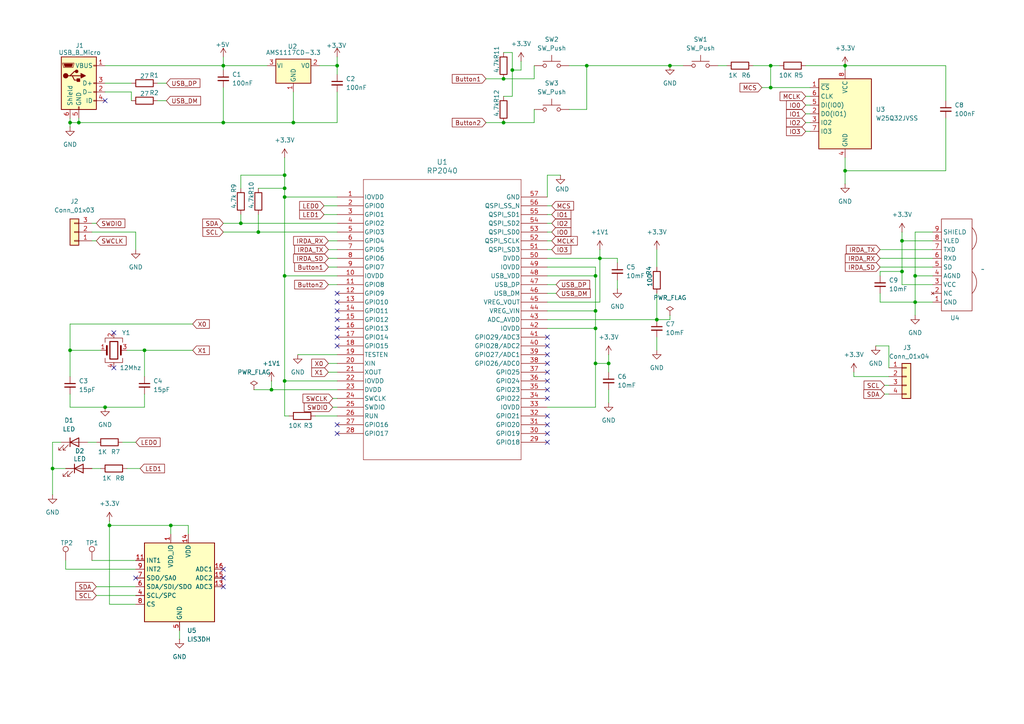
<source format=kicad_sch>
(kicad_sch (version 20231120) (generator "eeschema") (generator_version "8.0")
  (paper "A4")
  (lib_symbols
    (symbol "2024-02-26_02-04-42:RP2040" (pin_names (offset 0.254))
      (property "Reference" "U" (at 30.48 10.16 0))
      (property "Value" "RP2040" (at 30.48 7.62 0))
      (symbol "RP2040_1_1"
        (polyline (pts (xy 7.62 -76.2) (xy 53.34 -76.2)) (stroke (width 0.127)))
        (polyline (pts (xy 7.62 5.08) (xy 7.62 -76.2)) (stroke (width 0.127)))
        (polyline (pts (xy 53.34 -76.2) (xy 53.34 5.08)) (stroke (width 0.127)))
        (polyline (pts (xy 53.34 5.08) (xy 7.62 5.08)) (stroke (width 0.127)))
        (pin power_in line (at 0 0 0) (length 7.62) (name "IOVDD") (number "1"))
        (pin power_in line (at 0 -22.86 0) (length 7.62) (name "IOVDD") (number "10"))
        (pin bidirectional line (at 0 -25.4 0) (length 7.62) (name "GPIO8") (number "11"))
        (pin bidirectional line (at 0 -27.94 0) (length 7.62) (name "GPIO9") (number "12"))
        (pin bidirectional line (at 0 -30.48 0) (length 7.62) (name "GPIO10") (number "13"))
        (pin bidirectional line (at 0 -33.02 0) (length 7.62) (name "GPIO11") (number "14"))
        (pin bidirectional line (at 0 -35.56 0) (length 7.62) (name "GPIO12") (number "15"))
        (pin bidirectional line (at 0 -38.1 0) (length 7.62) (name "GPIO13") (number "16"))
        (pin bidirectional line (at 0 -40.64 0) (length 7.62) (name "GPIO14") (number "17"))
        (pin bidirectional line (at 0 -43.18 0) (length 7.62) (name "GPIO15") (number "18"))
        (pin unspecified line (at 0 -45.72 0) (length 7.62) (name "TESTEN") (number "19"))
        (pin bidirectional line (at 0 -2.54 0) (length 7.62) (name "GPIO0") (number "2"))
        (pin unspecified line (at 0 -48.26 0) (length 7.62) (name "XIN") (number "20"))
        (pin output line (at 0 -50.8 0) (length 7.62) (name "XOUT") (number "21"))
        (pin power_in line (at 0 -53.34 0) (length 7.62) (name "IOVDD") (number "22"))
        (pin power_in line (at 0 -55.88 0) (length 7.62) (name "DVDD") (number "23"))
        (pin unspecified line (at 0 -58.42 0) (length 7.62) (name "SWCLK") (number "24"))
        (pin unspecified line (at 0 -60.96 0) (length 7.62) (name "SWDIO") (number "25"))
        (pin unspecified line (at 0 -63.5 0) (length 7.62) (name "RUN") (number "26"))
        (pin bidirectional line (at 0 -66.04 0) (length 7.62) (name "GPIO16") (number "27"))
        (pin bidirectional line (at 0 -68.58 0) (length 7.62) (name "GPIO17") (number "28"))
        (pin bidirectional line (at 60.96 -71.12 180) (length 7.62) (name "GPIO18") (number "29"))
        (pin bidirectional line (at 0 -5.08 0) (length 7.62) (name "GPIO1") (number "3"))
        (pin bidirectional line (at 60.96 -68.58 180) (length 7.62) (name "GPIO19") (number "30"))
        (pin bidirectional line (at 60.96 -66.04 180) (length 7.62) (name "GPIO20") (number "31"))
        (pin bidirectional line (at 60.96 -63.5 180) (length 7.62) (name "GPIO21") (number "32"))
        (pin power_in line (at 60.96 -60.96 180) (length 7.62) (name "IOVDD") (number "33"))
        (pin bidirectional line (at 60.96 -58.42 180) (length 7.62) (name "GPIO22") (number "34"))
        (pin bidirectional line (at 60.96 -55.88 180) (length 7.62) (name "GPIO23") (number "35"))
        (pin bidirectional line (at 60.96 -53.34 180) (length 7.62) (name "GPIO24") (number "36"))
        (pin bidirectional line (at 60.96 -50.8 180) (length 7.62) (name "GPIO25") (number "37"))
        (pin bidirectional line (at 60.96 -48.26 180) (length 7.62) (name "GPIO26/ADC0") (number "38"))
        (pin bidirectional line (at 60.96 -45.72 180) (length 7.62) (name "GPIO27/ADC1") (number "39"))
        (pin bidirectional line (at 0 -7.62 0) (length 7.62) (name "GPIO2") (number "4"))
        (pin bidirectional line (at 60.96 -43.18 180) (length 7.62) (name "GPIO28/ADC2") (number "40"))
        (pin bidirectional line (at 60.96 -40.64 180) (length 7.62) (name "GPIO29/ADC3") (number "41"))
        (pin power_in line (at 60.96 -38.1 180) (length 7.62) (name "IOVDD") (number "42"))
        (pin power_in line (at 60.96 -35.56 180) (length 7.62) (name "ADC_AVDD") (number "43"))
        (pin unspecified line (at 60.96 -33.02 180) (length 7.62) (name "VREG_VIN") (number "44"))
        (pin output line (at 60.96 -30.48 180) (length 7.62) (name "VREG_VOUT") (number "45"))
        (pin unspecified line (at 60.96 -27.94 180) (length 7.62) (name "USB_DM") (number "46"))
        (pin unspecified line (at 60.96 -25.4 180) (length 7.62) (name "USB_DP") (number "47"))
        (pin power_in line (at 60.96 -22.86 180) (length 7.62) (name "USB_VDD") (number "48"))
        (pin power_in line (at 60.96 -20.32 180) (length 7.62) (name "IOVDD") (number "49"))
        (pin bidirectional line (at 0 -10.16 0) (length 7.62) (name "GPIO3") (number "5"))
        (pin power_in line (at 60.96 -17.78 180) (length 7.62) (name "DVDD") (number "50"))
        (pin bidirectional line (at 60.96 -15.24 180) (length 7.62) (name "QSPI_SD3") (number "51"))
        (pin unspecified line (at 60.96 -12.7 180) (length 7.62) (name "QSPI_SCLK") (number "52"))
        (pin bidirectional line (at 60.96 -10.16 180) (length 7.62) (name "QSPI_SD0") (number "53"))
        (pin bidirectional line (at 60.96 -7.62 180) (length 7.62) (name "QSPI_SD2") (number "54"))
        (pin bidirectional line (at 60.96 -5.08 180) (length 7.62) (name "QSPI_SD1") (number "55"))
        (pin unspecified line (at 60.96 -2.54 180) (length 7.62) (name "QSPI_SS_N") (number "56"))
        (pin power_out line (at 60.96 0 180) (length 7.62) (name "GND") (number "57"))
        (pin bidirectional line (at 0 -12.7 0) (length 7.62) (name "GPIO4") (number "6"))
        (pin bidirectional line (at 0 -15.24 0) (length 7.62) (name "GPIO5") (number "7"))
        (pin bidirectional line (at 0 -17.78 0) (length 7.62) (name "GPIO6") (number "8"))
        (pin bidirectional line (at 0 -20.32 0) (length 7.62) (name "GPIO7") (number "9"))
      )
    )
    (symbol "Connector:TestPoint" (pin_numbers hide) (pin_names (offset 0.762) hide)
      (property "Reference" "TP" (at 0 6.858 0))
      (property "Value" "TestPoint" (at 0 5.08 0))
      (symbol "TestPoint_0_1"
        (circle (center 0 3.302) (radius 0.762))
      )
      (symbol "TestPoint_1_1"
        (pin passive line (at 0 0 90) (length 2.54) (name "1") (number "1"))
      )
    )
    (symbol "Connector:USB_B_Micro" (pin_names (offset 1.016))
      (property "Reference" "J" (at -5.08 11.43 0))
      (property "Value" "USB_B_Micro" (at -5.08 8.89 0))
      (symbol "USB_B_Micro_0_1"
        (rectangle (start -5.08 -7.62) (end 5.08 7.62) (stroke (width 0.254)) (fill (type background)))
        (circle (center -3.81 2.159) (radius 0.635) (stroke (width 0.254)) (fill (type outline)))
        (circle (center -0.635 3.429) (radius 0.381) (stroke (width 0.254)) (fill (type outline)))
        (rectangle (start -0.127 -7.62) (end 0.127 -6.858))
        (polyline (pts (xy -1.905 2.159) (xy 0.635 2.159)) (stroke (width 0.254)))
        (polyline (pts (xy -3.175 2.159) (xy -2.54 2.159) (xy -1.27 3.429) (xy -0.635 3.429)) (stroke (width 0.254)))
        (polyline (pts (xy -2.54 2.159) (xy -1.905 2.159) (xy -1.27 0.889) (xy 0 0.889)) (stroke (width 0.254)))
        (polyline (pts (xy 0.635 2.794) (xy 0.635 1.524) (xy 1.905 2.159) (xy 0.635 2.794)) (stroke (width 0.254)) (fill (type outline)))
        (polyline (pts (xy -4.318 5.588) (xy -1.778 5.588) (xy -2.032 4.826) (xy -4.064 4.826) (xy -4.318 5.588)) (fill (type outline)))
        (polyline (pts (xy -4.699 5.842) (xy -4.699 5.588) (xy -4.445 4.826) (xy -4.445 4.572) (xy -1.651 4.572) (xy -1.651 4.826) (xy -1.397 5.588) (xy -1.397 5.842) (xy -4.699 5.842)))
        (rectangle (start 0.254 1.27) (end -0.508 0.508) (stroke (width 0.254)) (fill (type outline)))
        (rectangle (start 5.08 -5.207) (end 4.318 -4.953))
        (rectangle (start 5.08 -2.667) (end 4.318 -2.413))
        (rectangle (start 5.08 -0.127) (end 4.318 0.127))
        (rectangle (start 5.08 4.953) (end 4.318 5.207))
      )
      (symbol "USB_B_Micro_1_1"
        (pin power_out line (at 7.62 5.08 180) (length 2.54) (name "VBUS") (number "1"))
        (pin bidirectional line (at 7.62 -2.54 180) (length 2.54) (name "D-") (number "2"))
        (pin bidirectional line (at 7.62 0 180) (length 2.54) (name "D+") (number "3"))
        (pin passive line (at 7.62 -5.08 180) (length 2.54) (name "ID") (number "4"))
        (pin power_out line (at 0 -10.16 90) (length 2.54) (name "GND") (number "5"))
        (pin passive line (at -2.54 -10.16 90) (length 2.54) (name "Shield") (number "6"))
      )
    )
    (symbol "Connector_Generic:Conn_01x03" (pin_names (offset 1.016) hide)
      (property "Reference" "J" (at 0 5.08 0))
      (property "Value" "Conn_01x03" (at 0 -5.08 0))
      (symbol "Conn_01x03_1_1"
        (rectangle (start -1.27 -2.413) (end 0 -2.667) (stroke (width 0.1524)))
        (rectangle (start -1.27 0.127) (end 0 -0.127) (stroke (width 0.1524)))
        (rectangle (start -1.27 2.667) (end 0 2.413) (stroke (width 0.1524)))
        (rectangle (start -1.27 3.81) (end 1.27 -3.81) (stroke (width 0.254)) (fill (type background)))
        (pin passive line (at -5.08 2.54 0) (length 3.81) (name "Pin_1") (number "1"))
        (pin passive line (at -5.08 0 0) (length 3.81) (name "Pin_2") (number "2"))
        (pin passive line (at -5.08 -2.54 0) (length 3.81) (name "Pin_3") (number "3"))
      )
    )
    (symbol "Connector_Generic:Conn_01x04" (pin_names (offset 1.016) hide)
      (property "Reference" "J" (at 0 5.08 0))
      (property "Value" "Conn_01x04" (at 0 -7.62 0))
      (symbol "Conn_01x04_1_1"
        (rectangle (start -1.27 -4.953) (end 0 -5.207) (stroke (width 0.1524)))
        (rectangle (start -1.27 -2.413) (end 0 -2.667) (stroke (width 0.1524)))
        (rectangle (start -1.27 0.127) (end 0 -0.127) (stroke (width 0.1524)))
        (rectangle (start -1.27 2.667) (end 0 2.413) (stroke (width 0.1524)))
        (rectangle (start -1.27 3.81) (end 1.27 -6.35) (stroke (width 0.254)) (fill (type background)))
        (pin passive line (at -5.08 2.54 0) (length 3.81) (name "Pin_1") (number "1"))
        (pin passive line (at -5.08 0 0) (length 3.81) (name "Pin_2") (number "2"))
        (pin passive line (at -5.08 -2.54 0) (length 3.81) (name "Pin_3") (number "3"))
        (pin passive line (at -5.08 -5.08 0) (length 3.81) (name "Pin_4") (number "4"))
      )
    )
    (symbol "Device:C_Small" (pin_numbers hide) (pin_names (offset 0.254) hide)
      (property "Reference" "C" (at 0.254 1.778 0))
      (property "Value" "C_Small" (at 0.254 -2.032 0))
      (symbol "C_Small_0_1"
        (polyline (pts (xy -1.524 -0.508) (xy 1.524 -0.508)) (stroke (width 0.3302)))
        (polyline (pts (xy -1.524 0.508) (xy 1.524 0.508)) (stroke (width 0.3048)))
      )
      (symbol "C_Small_1_1"
        (pin passive line (at 0 2.54 270) (length 2.032) (name "~") (number "1"))
        (pin passive line (at 0 -2.54 90) (length 2.032) (name "~") (number "2"))
      )
    )
    (symbol "Device:Crystal_GND24" (pin_names (offset 1.016) hide)
      (property "Reference" "Y" (at 3.175 5.08 0))
      (property "Value" "Crystal_GND24" (at 3.175 3.175 0))
      (symbol "Crystal_GND24_0_1"
        (rectangle (start -1.143 2.54) (end 1.143 -2.54) (stroke (width 0.3048)))
        (polyline (pts (xy -2.54 0) (xy -2.032 0)))
        (polyline (pts (xy -2.032 -1.27) (xy -2.032 1.27)) (stroke (width 0.508)))
        (polyline (pts (xy 0 -3.81) (xy 0 -3.556)))
        (polyline (pts (xy 0 3.556) (xy 0 3.81)))
        (polyline (pts (xy 2.032 -1.27) (xy 2.032 1.27)) (stroke (width 0.508)))
        (polyline (pts (xy 2.032 0) (xy 2.54 0)))
        (polyline (pts (xy -2.54 -2.286) (xy -2.54 -3.556) (xy 2.54 -3.556) (xy 2.54 -2.286)))
        (polyline (pts (xy -2.54 2.286) (xy -2.54 3.556) (xy 2.54 3.556) (xy 2.54 2.286)))
      )
      (symbol "Crystal_GND24_1_1"
        (pin passive line (at -3.81 0 0) (length 1.27) (name "1") (number "1"))
        (pin passive line (at 0 5.08 270) (length 1.27) (name "2") (number "2"))
        (pin passive line (at 3.81 0 180) (length 1.27) (name "3") (number "3"))
        (pin passive line (at 0 -5.08 90) (length 1.27) (name "4") (number "4"))
      )
    )
    (symbol "Device:LED" (pin_numbers hide) (pin_names (offset 1.016) hide)
      (property "Reference" "D" (at 0 2.54 0))
      (property "Value" "LED" (at 0 -2.54 0))
      (symbol "LED_0_1"
        (polyline (pts (xy -1.27 -1.27) (xy -1.27 1.27)) (stroke (width 0.254)))
        (polyline (pts (xy -1.27 0) (xy 1.27 0)))
        (polyline (pts (xy 1.27 -1.27) (xy 1.27 1.27) (xy -1.27 0) (xy 1.27 -1.27)) (stroke (width 0.254)))
        (polyline (pts (xy -3.048 -0.762) (xy -4.572 -2.286) (xy -3.81 -2.286) (xy -4.572 -2.286) (xy -4.572 -1.524)))
        (polyline (pts (xy -1.778 -0.762) (xy -3.302 -2.286) (xy -2.54 -2.286) (xy -3.302 -2.286) (xy -3.302 -1.524)))
      )
      (symbol "LED_1_1"
        (pin passive line (at -3.81 0 0) (length 2.54) (name "K") (number "1"))
        (pin passive line (at 3.81 0 180) (length 2.54) (name "A") (number "2"))
      )
    )
    (symbol "Device:R" (pin_numbers hide) (pin_names (offset 0))
      (property "Reference" "R" (at 2.032 0 90))
      (property "Value" "R" (at 0 0 90))
      (symbol "R_0_1"
        (rectangle (start -1.016 -2.54) (end 1.016 2.54) (stroke (width 0.254)))
      )
      (symbol "R_1_1"
        (pin passive line (at 0 3.81 270) (length 1.27) (name "~") (number "1"))
        (pin passive line (at 0 -3.81 90) (length 1.27) (name "~") (number "2"))
      )
    )
    (symbol "HSDL_3201:HSDL_3201"
      (property "Reference" "U" (at -1.016 -13.97 0))
      (symbol "HSDL_3201_0_1"
        (polyline (pts (xy -5.08 -12.7) (xy -5.08 13.97) (xy 3.81 13.97) (xy 3.81 -12.7) (xy -5.08 -12.7)))
        (arc (start 3.81 -7.62) (mid 5.1251 -4.445) (end 3.81 -1.27))
        (arc (start 3.81 5.08) (mid 5.1251 8.255) (end 3.81 11.43))
      )
      (symbol "HSDL_3201_1_1"
        (pin power_in line (at -7.62 -10.16 0) (length 2.54) (name "GND") (number "1"))
        (pin no_connect line (at -7.62 -7.62 0) (length 2.54) (name "NC") (number "2"))
        (pin power_in line (at -7.62 -5.08 0) (length 2.54) (name "VCC") (number "3"))
        (pin power_in line (at -7.62 -2.54 0) (length 2.54) (name "AGND") (number "4"))
        (pin input line (at -7.62 0 0) (length 2.54) (name "SD") (number "5"))
        (pin output line (at -7.62 2.54 0) (length 2.54) (name "RXD") (number "6"))
        (pin input line (at -7.62 5.08 0) (length 2.54) (name "TXD") (number "7"))
        (pin power_in line (at -7.62 7.62 0) (length 2.54) (name "VLED") (number "8"))
        (pin power_in line (at -7.62 10.16 0) (length 2.54) (name "SHIELD") (number "9"))
      )
    )
    (symbol "Memory_Flash:W25Q32JVSS"
      (property "Reference" "U" (at -6.35 11.43 0))
      (property "Value" "W25Q32JVSS" (at 7.62 11.43 0))
      (symbol "W25Q32JVSS_0_1"
        (rectangle (start -7.62 10.16) (end 7.62 -10.16) (stroke (width 0.254)) (fill (type background)))
      )
      (symbol "W25Q32JVSS_1_1"
        (pin input line (at -10.16 7.62 0) (length 2.54) (name "~{CS}") (number "1"))
        (pin bidirectional line (at -10.16 0 0) (length 2.54) (name "DO(IO1)") (number "2"))
        (pin bidirectional line (at -10.16 -2.54 0) (length 2.54) (name "IO2") (number "3"))
        (pin power_in line (at 0 -12.7 90) (length 2.54) (name "GND") (number "4"))
        (pin bidirectional line (at -10.16 2.54 0) (length 2.54) (name "DI(IO0)") (number "5"))
        (pin input line (at -10.16 5.08 0) (length 2.54) (name "CLK") (number "6"))
        (pin bidirectional line (at -10.16 -5.08 0) (length 2.54) (name "IO3") (number "7"))
        (pin power_in line (at 0 12.7 270) (length 2.54) (name "VCC") (number "8"))
      )
    )
    (symbol "Regulator_Linear:AMS1117CD-3.3" (pin_names (offset 0.254))
      (property "Reference" "U" (at -3.81 3.175 0))
      (property "Value" "AMS1117CD-3.3" (at 0 3.175 0))
      (symbol "AMS1117CD-3.3_0_1"
        (rectangle (start -5.08 -5.08) (end 5.08 1.905) (stroke (width 0.254)) (fill (type background)))
      )
      (symbol "AMS1117CD-3.3_1_1"
        (pin power_in line (at 0 -7.62 90) (length 2.54) (name "GND") (number "1"))
        (pin power_out line (at 7.62 0 180) (length 2.54) (name "VO") (number "2"))
        (pin power_in line (at -7.62 0 0) (length 2.54) (name "VI") (number "3"))
      )
    )
    (symbol "Sensor_Motion:LIS3DH"
      (property "Reference" "U" (at -7.62 11.43 0))
      (property "Value" "LIS3DH" (at 6.35 11.43 0))
      (symbol "LIS3DH_0_1"
        (rectangle (start -10.16 10.16) (end 10.16 -12.7) (stroke (width 0.254)) (fill (type background)))
      )
      (symbol "LIS3DH_1_1"
        (pin power_in line (at -2.54 12.7 270) (length 2.54) (name "VDD_IO") (number "1"))
        (pin passive line (at 0 -15.24 90) (length 2.54) hide (name "GND") (number "10"))
        (pin output line (at -12.7 5.08 0) (length 2.54) (name "INT1") (number "11"))
        (pin passive line (at 0 -15.24 90) (length 2.54) hide (name "GND") (number "12"))
        (pin input line (at 12.7 -2.54 180) (length 2.54) (name "ADC3") (number "13"))
        (pin power_in line (at 2.54 12.7 270) (length 2.54) (name "VDD") (number "14"))
        (pin input line (at 12.7 0 180) (length 2.54) (name "ADC2") (number "15"))
        (pin input line (at 12.7 2.54 180) (length 2.54) (name "ADC1") (number "16"))
        (pin no_connect line (at 10.16 5.08 180) (length 2.54) hide (name "NC") (number "2"))
        (pin no_connect line (at 10.16 7.62 180) (length 2.54) hide (name "NC") (number "3"))
        (pin input line (at -12.7 -5.08 0) (length 2.54) (name "SCL/SPC") (number "4"))
        (pin power_in line (at 0 -15.24 90) (length 2.54) (name "GND") (number "5"))
        (pin bidirectional line (at -12.7 -2.54 0) (length 2.54) (name "SDA/SDI/SDO") (number "6"))
        (pin bidirectional line (at -12.7 0 0) (length 2.54) (name "SDO/SA0") (number "7"))
        (pin input line (at -12.7 -7.62 0) (length 2.54) (name "CS") (number "8"))
        (pin output line (at -12.7 2.54 0) (length 2.54) (name "INT2") (number "9"))
      )
    )
    (symbol "Switch:SW_Push" (pin_numbers hide) (pin_names (offset 1.016) hide)
      (property "Reference" "SW" (at 1.27 2.54 0))
      (property "Value" "SW_Push" (at 0 -1.524 0))
      (symbol "SW_Push_0_1"
        (circle (center -2.032 0) (radius 0.508))
        (polyline (pts (xy 0 1.27) (xy 0 3.048)))
        (polyline (pts (xy 2.54 1.27) (xy -2.54 1.27)))
        (circle (center 2.032 0) (radius 0.508))
        (pin passive line (at -5.08 0 0) (length 2.54) (name "1") (number "1"))
        (pin passive line (at 5.08 0 180) (length 2.54) (name "2") (number "2"))
      )
    )
    (symbol "power:+1V1" (power) (pin_numbers hide) (pin_names (offset 0) hide)
      (property "Value" "+1V1" (at 0 3.556 0))
      (symbol "+1V1_0_1"
        (polyline (pts (xy -0.762 1.27) (xy 0 2.54)))
        (polyline (pts (xy 0 0) (xy 0 2.54)))
        (polyline (pts (xy 0 2.54) (xy 0.762 1.27)))
      )
      (symbol "+1V1_1_1"
        (pin power_in line (at 0 0 90) (length 0) (name "~") (number "1"))
      )
    )
    (symbol "power:+3.3V" (power) (pin_numbers hide) (pin_names (offset 0) hide)
      (property "Value" "+3.3V" (at 0 3.556 0))
      (symbol "+3.3V_0_1"
        (polyline (pts (xy -0.762 1.27) (xy 0 2.54)))
        (polyline (pts (xy 0 0) (xy 0 2.54)))
        (polyline (pts (xy 0 2.54) (xy 0.762 1.27)))
      )
      (symbol "+3.3V_1_1"
        (pin power_in line (at 0 0 90) (length 0) (name "~") (number "1"))
      )
    )
    (symbol "power:+5V" (power) (pin_numbers hide) (pin_names (offset 0) hide)
      (property "Value" "+5V" (at 0 3.556 0))
      (symbol "+5V_0_1"
        (polyline (pts (xy -0.762 1.27) (xy 0 2.54)))
        (polyline (pts (xy 0 0) (xy 0 2.54)))
        (polyline (pts (xy 0 2.54) (xy 0.762 1.27)))
      )
      (symbol "+5V_1_1"
        (pin power_in line (at 0 0 90) (length 0) (name "~") (number "1"))
      )
    )
    (symbol "power:GND" (power) (pin_numbers hide) (pin_names (offset 0) hide)
      (property "Value" "GND" (at 0 -3.81 0))
      (symbol "GND_0_1"
        (polyline (pts (xy 0 0) (xy 0 -1.27) (xy 1.27 -1.27) (xy 0 -2.54) (xy -1.27 -1.27) (xy 0 -1.27)))
      )
      (symbol "GND_1_1"
        (pin power_in line (at 0 0 270) (length 0) (name "~") (number "1"))
      )
    )
    (symbol "power:PWR_FLAG" (power) (pin_numbers hide) (pin_names (offset 0) hide)
      (property "Value" "PWR_FLAG" (at 0 3.81 0))
      (symbol "PWR_FLAG_0_0"
        (pin power_out line (at 0 0 90) (length 0) (name "~") (number "1"))
      )
      (symbol "PWR_FLAG_0_1"
        (polyline (pts (xy 0 0) (xy 0 1.27) (xy -1.016 1.905) (xy 0 2.54) (xy 1.016 1.905) (xy 0 1.27)))
      )
    )
  )
  (junction (at 245.11 19.05))
  (junction (at 265.43 80.01))
  (junction (at 74.93 67.31))
  (junction (at 265.43 87.63))
  (junction (at 78.74 113.03))
  (junction (at 41.91 101.6))
  (junction (at 82.55 80.01))
  (junction (at 173.99 74.93))
  (junction (at 146.05 22.86))
  (junction (at 172.72 90.17))
  (junction (at 82.55 57.15))
  (junction (at 261.62 78.74))
  (junction (at 148.59 20.32))
  (junction (at 15.24 135.89))
  (junction (at 146.05 35.56))
  (junction (at 22.86 35.56))
  (junction (at 223.52 19.05))
  (junction (at 85.09 35.56))
  (junction (at 194.31 19.05))
  (junction (at 30.48 118.11))
  (junction (at 82.55 54.61))
  (junction (at 176.53 105.41))
  (junction (at 69.85 64.77))
  (junction (at 172.72 95.25))
  (junction (at 64.77 35.56))
  (junction (at 245.11 49.53))
  (junction (at 223.52 25.4))
  (junction (at 82.55 50.8))
  (junction (at 97.79 19.05))
  (junction (at 261.62 69.85))
  (junction (at 170.18 19.05))
  (junction (at 172.72 105.41))
  (junction (at 20.32 101.6))
  (junction (at 190.5 92.71))
  (junction (at 20.32 35.56))
  (junction (at 82.55 110.49))
  (junction (at 49.53 152.4))
  (junction (at 172.72 80.01))
  (junction (at 64.77 19.05))
  (junction (at 31.75 152.4))
  (no_connect (at 158.75 100.33))
  (no_connect (at 158.75 102.87))
  (no_connect (at 158.75 110.49))
  (no_connect (at 97.79 95.25))
  (no_connect (at 33.02 96.52))
  (no_connect (at 158.75 120.65))
  (no_connect (at 158.75 97.79))
  (no_connect (at 97.79 90.17))
  (no_connect (at 158.75 105.41))
  (no_connect (at 158.75 115.57))
  (no_connect (at 33.02 106.68))
  (no_connect (at 64.77 165.1))
  (no_connect (at 158.75 125.73))
  (no_connect (at 97.79 85.09))
  (no_connect (at 97.79 100.33))
  (no_connect (at 64.77 167.64))
  (no_connect (at 158.75 113.03))
  (no_connect (at 97.79 92.71))
  (no_connect (at 97.79 97.79))
  (no_connect (at 97.79 87.63))
  (no_connect (at 30.48 29.21))
  (no_connect (at 158.75 128.27))
  (no_connect (at 39.37 167.64))
  (no_connect (at 158.75 123.19))
  (no_connect (at 97.79 125.73))
  (no_connect (at 64.77 170.18))
  (no_connect (at 158.75 107.95))
  (no_connect (at 97.79 123.19))
  (wire (pts (xy 158.75 77.47) (xy 172.72 77.47)))
  (wire (pts (xy 146.05 35.56) (xy 154.94 35.56)))
  (wire (pts (xy 151.13 20.32) (xy 148.59 20.32)))
  (wire (pts (xy 41.91 101.6) (xy 41.91 109.22)))
  (wire (pts (xy 274.32 34.29) (xy 274.32 49.53)))
  (wire (pts (xy 172.72 80.01) (xy 172.72 90.17)))
  (wire (pts (xy 64.77 16.51) (xy 64.77 19.05)))
  (wire (pts (xy 261.62 69.85) (xy 270.51 69.85)))
  (wire (pts (xy 256.54 111.76) (xy 257.81 111.76)))
  (wire (pts (xy 26.67 162.56) (xy 39.37 162.56)))
  (wire (pts (xy 30.48 26.67) (xy 38.1 26.67)))
  (wire (pts (xy 148.59 15.24) (xy 146.05 15.24)))
  (wire (pts (xy 176.53 102.87) (xy 176.53 105.41)))
  (wire (pts (xy 261.62 82.55) (xy 261.62 78.74)))
  (wire (pts (xy 86.36 102.87) (xy 97.79 102.87)))
  (wire (pts (xy 194.31 91.44) (xy 194.31 92.71)))
  (wire (pts (xy 64.77 25.4) (xy 64.77 35.56)))
  (wire (pts (xy 22.86 35.56) (xy 20.32 35.56)))
  (wire (pts (xy 255.27 78.74) (xy 261.62 78.74)))
  (wire (pts (xy 22.86 34.29) (xy 22.86 35.56)))
  (wire (pts (xy 245.11 45.72) (xy 245.11 49.53)))
  (wire (pts (xy 158.75 67.31) (xy 160.02 67.31)))
  (wire (pts (xy 158.75 92.71) (xy 190.5 92.71)))
  (wire (pts (xy 97.79 26.67) (xy 97.79 35.56)))
  (wire (pts (xy 261.62 78.74) (xy 261.62 69.85)))
  (wire (pts (xy 257.81 106.68) (xy 257.81 100.33)))
  (wire (pts (xy 74.93 62.23) (xy 74.93 67.31)))
  (wire (pts (xy 39.37 175.26) (xy 31.75 175.26)))
  (wire (pts (xy 36.83 101.6) (xy 41.91 101.6)))
  (wire (pts (xy 55.88 93.98) (xy 20.32 93.98)))
  (wire (pts (xy 95.25 77.47) (xy 97.79 77.47)))
  (wire (pts (xy 93.98 59.69) (xy 97.79 59.69)))
  (wire (pts (xy 30.48 24.13) (xy 38.1 24.13)))
  (wire (pts (xy 78.74 110.49) (xy 78.74 113.03)))
  (wire (pts (xy 15.24 143.51) (xy 15.24 135.89)))
  (wire (pts (xy 274.32 29.21) (xy 274.32 19.05)))
  (wire (pts (xy 245.11 19.05) (xy 245.11 20.32)))
  (wire (pts (xy 49.53 152.4) (xy 49.53 154.94)))
  (wire (pts (xy 31.75 175.26) (xy 31.75 152.4)))
  (wire (pts (xy 148.59 27.94) (xy 148.59 20.32)))
  (wire (pts (xy 20.32 35.56) (xy 20.32 34.29)))
  (wire (pts (xy 91.44 120.65) (xy 97.79 120.65)))
  (wire (pts (xy 82.55 80.01) (xy 82.55 57.15)))
  (wire (pts (xy 95.25 72.39) (xy 97.79 72.39)))
  (wire (pts (xy 73.66 113.03) (xy 78.74 113.03)))
  (wire (pts (xy 158.75 118.11) (xy 172.72 118.11)))
  (wire (pts (xy 270.51 87.63) (xy 265.43 87.63)))
  (wire (pts (xy 82.55 50.8) (xy 82.55 54.61)))
  (wire (pts (xy 85.09 35.56) (xy 64.77 35.56)))
  (wire (pts (xy 95.25 74.93) (xy 97.79 74.93)))
  (wire (pts (xy 256.54 114.3) (xy 257.81 114.3)))
  (wire (pts (xy 265.43 87.63) (xy 265.43 91.44)))
  (wire (pts (xy 20.32 93.98) (xy 20.32 101.6)))
  (wire (pts (xy 255.27 74.93) (xy 270.51 74.93)))
  (wire (pts (xy 27.94 172.72) (xy 39.37 172.72)))
  (wire (pts (xy 26.67 64.77) (xy 27.94 64.77)))
  (wire (pts (xy 96.52 115.57) (xy 97.79 115.57)))
  (wire (pts (xy 170.18 19.05) (xy 194.31 19.05)))
  (wire (pts (xy 274.32 49.53) (xy 245.11 49.53)))
  (wire (pts (xy 173.99 74.93) (xy 173.99 87.63)))
  (wire (pts (xy 190.5 72.39) (xy 190.5 77.47)))
  (wire (pts (xy 95.25 107.95) (xy 97.79 107.95)))
  (wire (pts (xy 190.5 97.79) (xy 190.5 101.6)))
  (wire (pts (xy 97.79 16.51) (xy 97.79 19.05)))
  (wire (pts (xy 172.72 118.11) (xy 172.72 105.41)))
  (wire (pts (xy 95.25 105.41) (xy 97.79 105.41)))
  (wire (pts (xy 38.1 26.67) (xy 38.1 29.21)))
  (wire (pts (xy 26.67 69.85) (xy 27.94 69.85)))
  (wire (pts (xy 154.94 31.75) (xy 154.94 35.56)))
  (wire (pts (xy 233.68 27.94) (xy 234.95 27.94)))
  (wire (pts (xy 265.43 80.01) (xy 265.43 87.63)))
  (wire (pts (xy 158.75 50.8) (xy 158.75 57.15)))
  (wire (pts (xy 78.74 113.03) (xy 97.79 113.03)))
  (wire (pts (xy 15.24 135.89) (xy 19.05 135.89)))
  (wire (pts (xy 82.55 110.49) (xy 82.55 120.65)))
  (wire (pts (xy 146.05 22.86) (xy 154.94 22.86)))
  (wire (pts (xy 172.72 90.17) (xy 158.75 90.17)))
  (wire (pts (xy 39.37 67.31) (xy 39.37 72.39)))
  (wire (pts (xy 20.32 114.3) (xy 20.32 118.11)))
  (wire (pts (xy 208.28 19.05) (xy 210.82 19.05)))
  (wire (pts (xy 165.1 31.75) (xy 170.18 31.75)))
  (wire (pts (xy 158.75 82.55) (xy 161.29 82.55)))
  (wire (pts (xy 64.77 19.05) (xy 77.47 19.05)))
  (wire (pts (xy 64.77 67.31) (xy 74.93 67.31)))
  (wire (pts (xy 255.27 85.09) (xy 255.27 87.63)))
  (wire (pts (xy 158.75 80.01) (xy 172.72 80.01)))
  (wire (pts (xy 82.55 110.49) (xy 82.55 80.01)))
  (wire (pts (xy 95.25 69.85) (xy 97.79 69.85)))
  (wire (pts (xy 261.62 67.31) (xy 261.62 69.85)))
  (wire (pts (xy 172.72 77.47) (xy 172.72 80.01)))
  (wire (pts (xy 255.27 87.63) (xy 265.43 87.63)))
  (wire (pts (xy 158.75 95.25) (xy 172.72 95.25)))
  (wire (pts (xy 25.4 128.27) (xy 27.94 128.27)))
  (wire (pts (xy 15.24 135.89) (xy 15.24 128.27)))
  (wire (pts (xy 54.61 152.4) (xy 49.53 152.4)))
  (wire (pts (xy 226.06 19.05) (xy 223.52 19.05)))
  (wire (pts (xy 30.48 118.11) (xy 41.91 118.11)))
  (wire (pts (xy 82.55 57.15) (xy 97.79 57.15)))
  (wire (pts (xy 158.75 62.23) (xy 160.02 62.23)))
  (wire (pts (xy 223.52 25.4) (xy 234.95 25.4)))
  (wire (pts (xy 82.55 80.01) (xy 97.79 80.01)))
  (wire (pts (xy 19.05 165.1) (xy 39.37 165.1)))
  (wire (pts (xy 233.68 30.48) (xy 234.95 30.48)))
  (wire (pts (xy 82.55 45.72) (xy 82.55 50.8)))
  (wire (pts (xy 20.32 101.6) (xy 20.32 109.22)))
  (wire (pts (xy 85.09 26.67) (xy 85.09 35.56)))
  (wire (pts (xy 52.07 182.88) (xy 52.07 185.42)))
  (wire (pts (xy 173.99 74.93) (xy 179.07 74.93)))
  (wire (pts (xy 158.75 85.09) (xy 161.29 85.09)))
  (wire (pts (xy 31.75 152.4) (xy 31.75 151.13)))
  (wire (pts (xy 97.79 21.59) (xy 97.79 19.05)))
  (wire (pts (xy 82.55 54.61) (xy 82.55 57.15)))
  (wire (pts (xy 245.11 49.53) (xy 245.11 53.34)))
  (wire (pts (xy 69.85 54.61) (xy 69.85 50.8)))
  (wire (pts (xy 96.52 118.11) (xy 97.79 118.11)))
  (wire (pts (xy 265.43 67.31) (xy 265.43 80.01)))
  (wire (pts (xy 45.72 29.21) (xy 48.26 29.21)))
  (wire (pts (xy 83.82 120.65) (xy 82.55 120.65)))
  (wire (pts (xy 158.75 87.63) (xy 173.99 87.63)))
  (wire (pts (xy 270.51 82.55) (xy 261.62 82.55)))
  (wire (pts (xy 69.85 64.77) (xy 97.79 64.77)))
  (wire (pts (xy 158.75 64.77) (xy 160.02 64.77)))
  (wire (pts (xy 170.18 31.75) (xy 170.18 19.05)))
  (wire (pts (xy 29.21 101.6) (xy 20.32 101.6)))
  (wire (pts (xy 179.07 81.28) (xy 179.07 83.82)))
  (wire (pts (xy 255.27 77.47) (xy 270.51 77.47)))
  (wire (pts (xy 176.53 105.41) (xy 172.72 105.41)))
  (wire (pts (xy 15.24 128.27) (xy 17.78 128.27)))
  (wire (pts (xy 36.83 135.89) (xy 40.64 135.89)))
  (wire (pts (xy 26.67 135.89) (xy 29.21 135.89)))
  (wire (pts (xy 64.77 35.56) (xy 22.86 35.56)))
  (wire (pts (xy 41.91 118.11) (xy 41.91 114.3)))
  (wire (pts (xy 194.31 92.71) (xy 190.5 92.71)))
  (wire (pts (xy 30.48 19.05) (xy 64.77 19.05)))
  (wire (pts (xy 69.85 62.23) (xy 69.85 64.77)))
  (wire (pts (xy 255.27 72.39) (xy 270.51 72.39)))
  (wire (pts (xy 257.81 100.33) (xy 254 100.33)))
  (wire (pts (xy 223.52 19.05) (xy 223.52 25.4)))
  (wire (pts (xy 41.91 101.6) (xy 55.88 101.6)))
  (wire (pts (xy 194.31 19.05) (xy 198.12 19.05)))
  (wire (pts (xy 146.05 27.94) (xy 148.59 27.94)))
  (wire (pts (xy 19.05 162.56) (xy 19.05 165.1)))
  (wire (pts (xy 26.67 67.31) (xy 39.37 67.31)))
  (wire (pts (xy 179.07 76.2) (xy 179.07 74.93)))
  (wire (pts (xy 35.56 128.27) (xy 39.37 128.27)))
  (wire (pts (xy 158.75 59.69) (xy 160.02 59.69)))
  (wire (pts (xy 176.53 105.41) (xy 176.53 107.95)))
  (wire (pts (xy 245.11 19.05) (xy 274.32 19.05)))
  (wire (pts (xy 20.32 118.11) (xy 30.48 118.11)))
  (wire (pts (xy 69.85 50.8) (xy 82.55 50.8)))
  (wire (pts (xy 165.1 19.05) (xy 170.18 19.05)))
  (wire (pts (xy 172.72 105.41) (xy 172.72 95.25)))
  (wire (pts (xy 176.53 113.03) (xy 176.53 116.84)))
  (wire (pts (xy 74.93 67.31) (xy 97.79 67.31)))
  (wire (pts (xy 97.79 35.56) (xy 85.09 35.56)))
  (wire (pts (xy 20.32 35.56) (xy 20.32 36.83)))
  (wire (pts (xy 97.79 110.49) (xy 82.55 110.49)))
  (wire (pts (xy 148.59 20.32) (xy 148.59 15.24)))
  (wire (pts (xy 54.61 154.94) (xy 54.61 152.4)))
  (wire (pts (xy 257.81 109.22) (xy 247.65 109.22)))
  (wire (pts (xy 233.68 38.1) (xy 234.95 38.1)))
  (wire (pts (xy 233.68 19.05) (xy 245.11 19.05)))
  (wire (pts (xy 172.72 90.17) (xy 172.72 95.25)))
  (wire (pts (xy 154.94 19.05) (xy 154.94 22.86)))
  (wire (pts (xy 49.53 152.4) (xy 31.75 152.4)))
  (wire (pts (xy 64.77 64.77) (xy 69.85 64.77)))
  (wire (pts (xy 27.94 170.18) (xy 39.37 170.18)))
  (wire (pts (xy 140.97 22.86) (xy 146.05 22.86)))
  (wire (pts (xy 64.77 19.05) (xy 64.77 20.32)))
  (wire (pts (xy 220.98 25.4) (xy 223.52 25.4)))
  (wire (pts (xy 158.75 74.93) (xy 173.99 74.93)))
  (wire (pts (xy 162.56 50.8) (xy 158.75 50.8)))
  (wire (pts (xy 233.68 33.02) (xy 234.95 33.02)))
  (wire (pts (xy 158.75 69.85) (xy 160.02 69.85)))
  (wire (pts (xy 233.68 35.56) (xy 234.95 35.56)))
  (wire (pts (xy 45.72 24.13) (xy 48.26 24.13)))
  (wire (pts (xy 247.65 109.22) (xy 247.65 107.95)))
  (wire (pts (xy 190.5 85.09) (xy 190.5 92.71)))
  (wire (pts (xy 255.27 80.01) (xy 255.27 78.74)))
  (wire (pts (xy 151.13 17.78) (xy 151.13 20.32)))
  (wire (pts (xy 97.79 19.05) (xy 92.71 19.05)))
  (wire (pts (xy 95.25 82.55) (xy 97.79 82.55)))
  (wire (pts (xy 218.44 19.05) (xy 223.52 19.05)))
  (wire (pts (xy 74.93 54.61) (xy 82.55 54.61)))
  (wire (pts (xy 93.98 62.23) (xy 97.79 62.23)))
  (wire (pts (xy 270.51 67.31) (xy 265.43 67.31)))
  (wire (pts (xy 158.75 72.39) (xy 160.02 72.39)))
  (wire (pts (xy 140.97 35.56) (xy 146.05 35.56)))
  (wire (pts (xy 270.51 80.01) (xy 265.43 80.01)))
  (wire (pts (xy 173.99 72.39) (xy 173.99 74.93)))
  (global_label "IRDA_TX" (shape input) (at 255.27 72.39 180) (property "Intersheetrefs" "${INTERSHEET_REFS}" (effects (hide yes))))
  (global_label "Button1" (shape input) (at 95.25 77.47 180) (property "Intersheetrefs" "${INTERSHEET_REFS}" (effects (hide yes))))
  (global_label "SWDIO" (shape input) (at 27.94 64.77 0) (property "Intersheetrefs" "${INTERSHEET_REFS}" (effects (hide yes))))
  (global_label "SCL" (shape input) (at 64.77 67.31 180) (property "Intersheetrefs" "${INTERSHEET_REFS}" (effects (hide yes))))
  (global_label "IO1" (shape input) (at 233.68 33.02 180) (property "Intersheetrefs" "${INTERSHEET_REFS}" (effects (hide yes))))
  (global_label "IRDA_SD" (shape input) (at 255.27 77.47 180) (property "Intersheetrefs" "${INTERSHEET_REFS}" (effects (hide yes))))
  (global_label "LED0" (shape input) (at 39.37 128.27 0) (property "Intersheetrefs" "${INTERSHEET_REFS}" (effects (hide yes))))
  (global_label "USB_DP" (shape input) (at 161.29 82.55 0) (property "Intersheetrefs" "${INTERSHEET_REFS}" (effects (hide yes))))
  (global_label "MCLK" (shape input) (at 160.02 69.85 0) (property "Intersheetrefs" "${INTERSHEET_REFS}" (effects (hide yes))))
  (global_label "MCS" (shape input) (at 220.98 25.4 180) (property "Intersheetrefs" "${INTERSHEET_REFS}" (effects (hide yes))))
  (global_label "IO0" (shape input) (at 160.02 67.31 0) (property "Intersheetrefs" "${INTERSHEET_REFS}" (effects (hide yes))))
  (global_label "USB_DM" (shape input) (at 161.29 85.09 0) (property "Intersheetrefs" "${INTERSHEET_REFS}" (effects (hide yes))))
  (global_label "SWDIO" (shape input) (at 96.52 118.11 180) (property "Intersheetrefs" "${INTERSHEET_REFS}" (effects (hide yes))))
  (global_label "Button2" (shape input) (at 140.97 35.56 180) (property "Intersheetrefs" "${INTERSHEET_REFS}" (effects (hide yes))))
  (global_label "USB_DP" (shape input) (at 48.26 24.13 0) (property "Intersheetrefs" "${INTERSHEET_REFS}" (effects (hide yes))))
  (global_label "SDA" (shape input) (at 27.94 170.18 180) (property "Intersheetrefs" "${INTERSHEET_REFS}" (effects (hide yes))))
  (global_label "LED1" (shape input) (at 40.64 135.89 0) (property "Intersheetrefs" "${INTERSHEET_REFS}" (effects (hide yes))))
  (global_label "X0" (shape input) (at 95.25 105.41 180) (property "Intersheetrefs" "${INTERSHEET_REFS}" (effects (hide yes))))
  (global_label "MCS" (shape input) (at 160.02 59.69 0) (property "Intersheetrefs" "${INTERSHEET_REFS}" (effects (hide yes))))
  (global_label "IRDA_RX" (shape input) (at 95.25 69.85 180) (property "Intersheetrefs" "${INTERSHEET_REFS}" (effects (hide yes))))
  (global_label "SDA" (shape input) (at 64.77 64.77 180) (property "Intersheetrefs" "${INTERSHEET_REFS}" (effects (hide yes))))
  (global_label "SDA" (shape input) (at 256.54 114.3 180) (property "Intersheetrefs" "${INTERSHEET_REFS}" (effects (hide yes))))
  (global_label "SWCLK" (shape input) (at 96.52 115.57 180) (property "Intersheetrefs" "${INTERSHEET_REFS}" (effects (hide yes))))
  (global_label "SWCLK" (shape input) (at 27.94 69.85 0) (property "Intersheetrefs" "${INTERSHEET_REFS}" (effects (hide yes))))
  (global_label "IRDA_RX" (shape input) (at 255.27 74.93 180) (property "Intersheetrefs" "${INTERSHEET_REFS}" (effects (hide yes))))
  (global_label "IO2" (shape input) (at 160.02 64.77 0) (property "Intersheetrefs" "${INTERSHEET_REFS}" (effects (hide yes))))
  (global_label "USB_DM" (shape input) (at 48.26 29.21 0) (property "Intersheetrefs" "${INTERSHEET_REFS}" (effects (hide yes))))
  (global_label "X0" (shape input) (at 55.88 93.98 0) (property "Intersheetrefs" "${INTERSHEET_REFS}" (effects (hide yes))))
  (global_label "IRDA_TX" (shape input) (at 95.25 72.39 180) (property "Intersheetrefs" "${INTERSHEET_REFS}" (effects (hide yes))))
  (global_label "IO0" (shape input) (at 233.68 30.48 180) (property "Intersheetrefs" "${INTERSHEET_REFS}" (effects (hide yes))))
  (global_label "MCLK" (shape input) (at 233.68 27.94 180) (property "Intersheetrefs" "${INTERSHEET_REFS}" (effects (hide yes))))
  (global_label "SCL" (shape input) (at 256.54 111.76 180) (property "Intersheetrefs" "${INTERSHEET_REFS}" (effects (hide yes))))
  (global_label "SCL" (shape input) (at 27.94 172.72 180) (property "Intersheetrefs" "${INTERSHEET_REFS}" (effects (hide yes))))
  (global_label "IRDA_SD" (shape input) (at 95.25 74.93 180) (property "Intersheetrefs" "${INTERSHEET_REFS}" (effects (hide yes))))
  (global_label "LED1" (shape input) (at 93.98 62.23 180) (property "Intersheetrefs" "${INTERSHEET_REFS}" (effects (hide yes))))
  (global_label "LED0" (shape input) (at 93.98 59.69 180) (property "Intersheetrefs" "${INTERSHEET_REFS}" (effects (hide yes))))
  (global_label "IO3" (shape input) (at 233.68 38.1 180) (property "Intersheetrefs" "${INTERSHEET_REFS}" (effects (hide yes))))
  (global_label "IO1" (shape input) (at 160.02 62.23 0) (property "Intersheetrefs" "${INTERSHEET_REFS}" (effects (hide yes))))
  (global_label "X1" (shape input) (at 95.25 107.95 180) (property "Intersheetrefs" "${INTERSHEET_REFS}" (effects (hide yes))))
  (global_label "IO3" (shape input) (at 160.02 72.39 0) (property "Intersheetrefs" "${INTERSHEET_REFS}" (effects (hide yes))))
  (global_label "IO2" (shape input) (at 233.68 35.56 180) (property "Intersheetrefs" "${INTERSHEET_REFS}" (effects (hide yes))))
  (global_label "Button1" (shape input) (at 140.97 22.86 180) (property "Intersheetrefs" "${INTERSHEET_REFS}" (effects (hide yes))))
  (global_label "Button2" (shape input) (at 95.25 82.55 180) (property "Intersheetrefs" "${INTERSHEET_REFS}" (effects (hide yes))))
  (global_label "X1" (shape input) (at 55.88 101.6 0) (property "Intersheetrefs" "${INTERSHEET_REFS}" (effects (hide yes))))
  (symbol (lib_id "Device:LED") (at 21.59 128.27 0) (unit 1)
    (property "Reference" "D1" (at 20.0025 121.92 0))
    (property "Value" "LED" (at 20.0025 124.46 0))
    (property "Footprint" "LED_SMD:LED_0201_0603Metric" (effects (hide yes)))
    (property "Description" "Light emitting diode" (effects (hide yes)))
  )
  (symbol (lib_id "power:+1V1") (at 78.74 110.49 0) (unit 1)
    (property "Reference" "#PWR09" (effects (hide yes)))
    (property "Value" "+1V1" (at 78.74 105.41 0))
    (property "Description" "Power symbol creates a global label with name \"+1V1\"" (effects (hide yes)))
  )
  (symbol (lib_id "power:GND") (at 176.53 116.84 0) (unit 1)
    (property "Reference" "#PWR012" (effects (hide yes)))
    (property "Value" "GND" (at 176.53 121.92 0))
    (property "Description" "Power symbol creates a global label with name \"GND\" , ground" (effects (hide yes)))
  )
  (symbol (lib_id "power:GND") (at 52.07 185.42 0) (unit 1)
    (property "Reference" "#PWR025" (effects (hide yes)))
    (property "Value" "GND" (at 52.07 190.5 0))
    (property "Description" "Power symbol creates a global label with name \"GND\" , ground" (effects (hide yes)))
  )
  (symbol (lib_id "power:+3.3V") (at 261.62 67.31 0) (unit 1)
    (property "Reference" "#PWR021" (effects (hide yes)))
    (property "Value" "+3.3V" (at 261.62 62.23 0))
    (property "Description" "Power symbol creates a global label with name \"+3.3V\"" (effects (hide yes)))
  )
  (symbol (lib_id "power:PWR_FLAG") (at 73.66 113.03 0) (unit 1)
    (property "Reference" "#FLG02" (effects (hide yes)))
    (property "Value" "PWR_FLAG" (at 73.66 107.95 0))
    (property "Description" "Special symbol for telling ERC where power comes from" (effects (hide yes)))
  )
  (symbol (lib_id "Device:R") (at 146.05 31.75 180) (unit 1)
    (property "Reference" "R12" (at 144.018 27.94 90))
    (property "Value" "4.7k" (at 144.018 31.75 90))
    (property "Footprint" "Resistor_SMD:R_0201_0603Metric" (effects (hide yes)))
    (property "Description" "Resistor" (effects (hide yes)))
  )
  (symbol (lib_id "Regulator_Linear:AMS1117CD-3.3") (at 85.09 19.05 0) (unit 1)
    (property "Reference" "U2" (at 84.836 13.462 0))
    (property "Value" "AMS1117CD-3.3" (at 85.09 15.24 0))
    (property "Footprint" "Package_TO_SOT_SMD:TO-252-3_TabPin2" (effects (hide yes)))
    (property "Datasheet" "http://www.advanced-monolithic.com/pdf/ds1117.pdf" (effects (hide yes)))
    (property "Description" "1A Low Dropout regulator, positive, 3.3V fixed output, TO-252" (effects (hide yes)))
  )
  (symbol (lib_id "Connector:TestPoint") (at 26.67 162.56 0) (unit 1)
    (property "Reference" "TP1" (at 24.892 157.48 0) (effects (justify left)))
    (property "Value" "TestPoint" (effects (hide yes)))
    (property "Footprint" "TestPoint:TestPoint_Pad_D1.0mm" (effects (hide yes)))
    (property "Description" "test point" (effects (hide yes)))
  )
  (symbol (lib_id "power:GND") (at 194.31 19.05 0) (unit 1)
    (property "Reference" "#PWR018" (effects (hide yes)))
    (property "Value" "GND" (at 194.31 24.13 0))
    (property "Description" "Power symbol creates a global label with name \"GND\" , ground" (effects (hide yes)))
  )
  (symbol (lib_id "power:+3.3V") (at 82.55 45.72 0) (unit 1)
    (property "Reference" "#PWR05" (effects (hide yes)))
    (property "Value" "+3.3V" (at 82.55 40.64 0))
    (property "Description" "Power symbol creates a global label with name \"+3.3V\"" (effects (hide yes)))
  )
  (symbol (lib_id "Device:Crystal_GND24") (at 33.02 101.6 0) (unit 1)
    (property "Reference" "Y1" (at 36.576 96.52 0))
    (property "Value" "12Mhz" (at 37.846 106.68 0))
    (property "Footprint" "Crystal:Crystal_C38-LF_D3.0mm_L8.0mm_Horizontal" (effects (hide yes)))
    (property "Description" "Four pin crystal, GND on pins 2 and 4" (effects (hide yes)))
  )
  (symbol (lib_id "Device:R") (at 31.75 128.27 90) (unit 1)
    (property "Reference" "R7" (at 33.528 131.064 90))
    (property "Value" "1K" (at 29.718 131.064 90))
    (property "Footprint" "Resistor_SMD:R_0201_0603Metric" (effects (hide yes)))
    (property "Description" "Resistor" (effects (hide yes)))
  )
  (symbol (lib_id "power:GND") (at 20.32 36.83 0) (unit 1)
    (property "Reference" "#PWR01" (effects (hide yes)))
    (property "Value" "GND" (at 20.32 41.91 0))
    (property "Description" "Power symbol creates a global label with name \"GND\" , ground" (effects (hide yes)))
  )
  (symbol (lib_id "Device:R") (at 33.02 135.89 90) (unit 1)
    (property "Reference" "R8" (at 34.798 138.684 90))
    (property "Value" "1K" (at 30.988 138.684 90))
    (property "Footprint" "Resistor_SMD:R_0201_0603Metric" (effects (hide yes)))
    (property "Description" "Resistor" (effects (hide yes)))
  )
  (symbol (lib_id "power:GND") (at 86.36 102.87 0) (unit 1)
    (property "Reference" "#PWR06" (effects (hide yes)))
    (property "Value" "GND" (at 86.36 107.95 0))
    (property "Description" "Power symbol creates a global label with name \"GND\" , ground" (effects (hide yes)))
  )
  (symbol (lib_id "power:+5V") (at 64.77 16.51 0) (unit 1)
    (property "Reference" "#PWR02" (effects (hide yes)))
    (property "Value" "+5V" (at 64.516 12.954 0))
    (property "Description" "Power symbol creates a global label with name \"+5V\"" (effects (hide yes)))
  )
  (symbol (lib_id "power:GND") (at 15.24 143.51 0) (unit 1)
    (property "Reference" "#PWR019" (effects (hide yes)))
    (property "Value" "GND" (at 15.24 148.59 0))
    (property "Description" "Power symbol creates a global label with name \"GND\" , ground" (effects (hide yes)))
  )
  (symbol (lib_id "Connector_Generic:Conn_01x04") (at 262.89 109.22 0) (unit 1)
    (property "Reference" "J3" (at 261.874 100.838 0) (effects (justify left)))
    (property "Value" "Conn_01x04" (at 257.81 103.378 0) (effects (justify left)))
    (property "Footprint" "Connector_PinHeader_2.54mm:PinHeader_1x04_P2.54mm_Vertical" (effects (hide yes)))
    (property "Description" "Generic connector, single row, 01x04, script generated (kicad-library-utils/schlib/autogen/connector/)" (effects (hide yes)))
  )
  (symbol (lib_id "Sensor_Motion:LIS3DH") (at 52.07 167.64 0) (unit 1)
    (property "Reference" "U5" (at 54.2641 182.88 0) (effects (justify left)))
    (property "Value" "LIS3DH" (at 54.2641 185.42 0) (effects (justify left)))
    (property "Footprint" "Package_LGA:LGA-16_3x3mm_P0.5mm_LayoutBorder3x5y" (effects (hide yes)))
    (property "Datasheet" "https://www.st.com/resource/en/datasheet/cd00274221.pdf" (effects (hide yes)))
    (property "Description" "3-Axis Accelerometer, 2/4/8/16g range, I2C/SPI interface, LGA-16" (effects (hide yes)))
  )
  (symbol (lib_id "Device:C_Small") (at 41.91 111.76 0) (unit 1)
    (property "Reference" "C4" (at 44.45 110.4962 0) (effects (justify left)))
    (property "Value" "15pF" (at 44.45 113.0362 0) (effects (justify left)))
    (property "Footprint" "Capacitor_SMD:CP_Elec_3x5.3" (effects (hide yes)))
    (property "Description" "Unpolarized capacitor, small symbol" (effects (hide yes)))
  )
  (symbol (lib_id "power:+3.3V") (at 97.79 16.51 0) (unit 1)
    (property "Reference" "#PWR03" (effects (hide yes)))
    (property "Value" "+3.3V" (at 97.536 13.208 0))
    (property "Description" "Power symbol creates a global label with name \"+3.3V\"" (effects (hide yes)))
  )
  (symbol (lib_id "Device:R") (at 229.87 19.05 90) (unit 1)
    (property "Reference" "R5" (at 231.648 21.844 90))
    (property "Value" "10K" (at 227.838 21.844 90))
    (property "Footprint" "Resistor_SMD:R_0201_0603Metric" (effects (hide yes)))
    (property "Description" "Resistor" (effects (hide yes)))
  )
  (symbol (lib_id "Memory_Flash:W25Q32JVSS") (at 245.11 33.02 0) (unit 1)
    (property "Reference" "U3" (at 254 31.7499 0) (effects (justify left)))
    (property "Value" "W25Q32JVSS" (at 254 34.2899 0) (effects (justify left)))
    (property "Footprint" "Package_SO:SOIC-8_5.23x5.23mm_P1.27mm" (effects (hide yes)))
    (property "Datasheet" "http://www.winbond.com/resource-files/w25q32jv%20revg%2003272018%20plus.pdf" (effects (hide yes)))
    (property "Description" "32Mb Serial Flash Memory, Standard/Dual/Quad SPI, SOIC-8" (effects (hide yes)))
  )
  (symbol (lib_id "Device:C_Small") (at 190.5 95.25 0) (unit 1)
    (property "Reference" "C7" (at 193.04 93.9862 0) (effects (justify left)))
    (property "Value" "10mF" (at 193.04 96.5262 0) (effects (justify left)))
    (property "Footprint" "Capacitor_SMD:CP_Elec_3x5.3" (effects (hide yes)))
    (property "Description" "Unpolarized capacitor, small symbol" (effects (hide yes)))
  )
  (symbol (lib_id "Device:R") (at 146.05 19.05 180) (unit 1)
    (property "Reference" "R11" (at 144.018 15.24 90))
    (property "Value" "4.7k" (at 144.018 19.05 90))
    (property "Footprint" "Resistor_SMD:R_0201_0603Metric" (effects (hide yes)))
    (property "Description" "Resistor" (effects (hide yes)))
  )
  (symbol (lib_id "Device:C_Small") (at 274.32 31.75 0) (unit 1)
    (property "Reference" "C8" (at 276.86 30.4862 0) (effects (justify left)))
    (property "Value" "100nF" (at 276.86 33.0262 0) (effects (justify left)))
    (property "Footprint" "Capacitor_SMD:CP_Elec_3x5.3" (effects (hide yes)))
    (property "Description" "Unpolarized capacitor, small symbol" (effects (hide yes)))
  )
  (symbol (lib_id "Connector:USB_B_Micro") (at 22.86 24.13 0) (unit 1)
    (property "Reference" "J1" (at 23.114 13.208 0))
    (property "Value" "USB_B_Micro" (at 23.114 15.24 0))
    (property "Footprint" "Connector_USB:USB_A_Molex_105057_Vertical" (effects (hide yes)))
    (property "Description" "USB Micro Type B connector" (effects (hide yes)))
  )
  (symbol (lib_id "power:+3.3V") (at 151.13 17.78 0) (unit 1)
    (property "Reference" "#PWR026" (effects (hide yes)))
    (property "Value" "+3.3V" (at 151.13 12.7 0))
    (property "Description" "Power symbol creates a global label with name \"+3.3V\"" (effects (hide yes)))
  )
  (symbol (lib_id "power:+3.3V") (at 31.75 151.13 0) (unit 1)
    (property "Reference" "#PWR024" (effects (hide yes)))
    (property "Value" "+3.3V" (at 31.75 146.05 0))
    (property "Description" "Power symbol creates a global label with name \"+3.3V\"" (effects (hide yes)))
  )
  (symbol (lib_id "power:+3.3V") (at 190.5 72.39 0) (unit 1)
    (property "Reference" "#PWR013" (effects (hide yes)))
    (property "Value" "+3.3V" (at 190.5 67.31 0))
    (property "Description" "Power symbol creates a global label with name \"+3.3V\"" (effects (hide yes)))
  )
  (symbol (lib_id "Device:R") (at 69.85 58.42 180) (unit 1)
    (property "Reference" "R9" (at 67.818 54.61 90))
    (property "Value" "4.7k" (at 67.818 58.42 90))
    (property "Footprint" "Resistor_SMD:R_0201_0603Metric" (effects (hide yes)))
    (property "Description" "Resistor" (effects (hide yes)))
  )
  (symbol (lib_id "Device:R") (at 41.91 24.13 90) (unit 1)
    (property "Reference" "R1" (at 44.704 21.844 90))
    (property "Value" "27" (at 41.91 22.098 90))
    (property "Footprint" "Resistor_SMD:R_0201_0603Metric" (effects (hide yes)))
    (property "Description" "Resistor" (effects (hide yes)))
  )
  (symbol (lib_id "Switch:SW_Push") (at 160.02 19.05 0) (unit 1)
    (property "Reference" "SW2" (at 160.02 11.43 0))
    (property "Value" "SW_Push" (at 160.02 13.97 0))
    (property "Footprint" "Button_Switch_SMD:SW_SPST_CK_RS282G05A3" (effects (hide yes)))
    (property "Description" "Push button switch, generic, two pins" (effects (hide yes)))
  )
  (symbol (lib_id "power:GND") (at 265.43 91.44 0) (unit 1)
    (property "Reference" "#PWR020" (effects (hide yes)))
    (property "Value" "GND" (at 265.43 96.52 0))
    (property "Description" "Power symbol creates a global label with name \"GND\" , ground" (effects (hide yes)))
  )
  (symbol (lib_id "Device:LED") (at 22.86 135.89 0) (unit 1)
    (property "Reference" "D2" (at 23.114 130.81 0))
    (property "Value" "LED" (at 23.114 133.096 0))
    (property "Footprint" "LED_SMD:LED_0201_0603Metric" (effects (hide yes)))
    (property "Description" "Light emitting diode" (effects (hide yes)))
  )
  (symbol (lib_id "power:GND") (at 30.48 118.11 0) (unit 1)
    (property "Reference" "#PWR04" (effects (hide yes)))
    (property "Value" "GND" (at 30.48 123.19 0))
    (property "Description" "Power symbol creates a global label with name \"GND\" , ground" (effects (hide yes)))
  )
  (symbol (lib_id "Switch:SW_Push") (at 203.2 19.05 0) (unit 1)
    (property "Reference" "SW1" (at 203.2 11.43 0))
    (property "Value" "SW_Push" (at 203.2 13.97 0))
    (property "Footprint" "Button_Switch_SMD:SW_SPST_CK_RS282G05A3" (effects (hide yes)))
    (property "Description" "Push button switch, generic, two pins" (effects (hide yes)))
  )
  (symbol (lib_id "Switch:SW_Push") (at 160.02 31.75 0) (unit 1)
    (property "Reference" "SW3" (at 160.02 24.13 0))
    (property "Value" "SW_Push" (at 160.02 26.67 0))
    (property "Footprint" "Button_Switch_SMD:SW_SPST_CK_RS282G05A3" (effects (hide yes)))
    (property "Description" "Push button switch, generic, two pins" (effects (hide yes)))
  )
  (symbol (lib_id "power:GND") (at 162.56 50.8 0) (unit 1)
    (property "Reference" "#PWR07" (effects (hide yes)))
    (property "Value" "GND" (at 163.068 54.864 0))
    (property "Description" "Power symbol creates a global label with name \"GND\" , ground" (effects (hide yes)))
  )
  (symbol (lib_id "power:PWR_FLAG") (at 194.31 91.44 0) (unit 1)
    (property "Reference" "#FLG01" (effects (hide yes)))
    (property "Value" "PWR_FLAG" (at 194.31 86.36 0))
    (property "Description" "Special symbol for telling ERC where power comes from" (effects (hide yes)))
  )
  (symbol (lib_id "power:GND") (at 190.5 101.6 0) (unit 1)
    (property "Reference" "#PWR014" (effects (hide yes)))
    (property "Value" "GND" (at 190.5 106.68 0))
    (property "Description" "Power symbol creates a global label with name \"GND\" , ground" (effects (hide yes)))
  )
  (symbol (lib_id "Device:C_Small") (at 20.32 111.76 0) (unit 1)
    (property "Reference" "C3" (at 22.86 110.4962 0) (effects (justify left)))
    (property "Value" "15pF" (at 22.86 113.0362 0) (effects (justify left)))
    (property "Footprint" "Capacitor_SMD:CP_Elec_3x5.3" (effects (hide yes)))
    (property "Description" "Unpolarized capacitor, small symbol" (effects (hide yes)))
  )
  (symbol (lib_id "HSDL_3201:HSDL_3201") (at 278.13 77.47 0) (unit 1)
    (property "Reference" "U4" (at 275.59 92.202 0) (effects (justify left)))
    (property "Value" "~" (at 284.48 78.105 0) (effects (justify left)))
    (property "Footprint" "HSDL_3201:HSDL_3201" (effects (hide yes)))
  )
  (symbol (lib_id "Device:R") (at 190.5 81.28 180) (unit 1)
    (property "Reference" "R4" (at 188.214 78.486 90))
    (property "Value" "100" (at 188.468 81.28 90))
    (property "Footprint" "Resistor_SMD:R_0201_0603Metric" (effects (hide yes)))
    (property "Description" "Resistor" (effects (hide yes)))
  )
  (symbol (lib_id "Device:C_Small") (at 176.53 110.49 0) (unit 1)
    (property "Reference" "C6" (at 179.07 109.2262 0) (effects (justify left)))
    (property "Value" "10mF" (at 179.07 111.7662 0) (effects (justify left)))
    (property "Footprint" "Capacitor_SMD:CP_Elec_3x5.3" (effects (hide yes)))
    (property "Description" "Unpolarized capacitor, small symbol" (effects (hide yes)))
  )
  (symbol (lib_id "power:+3.3V") (at 247.65 107.95 0) (unit 1)
    (property "Reference" "#PWR023" (effects (hide yes)))
    (property "Value" "+3.3V" (at 247.65 102.87 0))
    (property "Description" "Power symbol creates a global label with name \"+3.3V\"" (effects (hide yes)))
  )
  (symbol (lib_id "Device:C_Small") (at 255.27 82.55 0) (unit 1)
    (property "Reference" "C9" (at 257.81 81.2862 0) (effects (justify left)))
    (property "Value" "10mF" (at 257.81 83.8262 0) (effects (justify left)))
    (property "Footprint" "Capacitor_SMD:CP_Elec_3x5.3" (effects (hide yes)))
    (property "Description" "Unpolarized capacitor, small symbol" (effects (hide yes)))
  )
  (symbol (lib_id "Connector_Generic:Conn_01x03") (at 21.59 67.31 180) (unit 1)
    (property "Reference" "J2" (at 21.59 58.42 0))
    (property "Value" "Conn_01x03" (at 21.59 60.96 0))
    (property "Footprint" "Connector_PinHeader_2.54mm:PinHeader_1x03_P2.54mm_Vertical" (effects (hide yes)))
    (property "Description" "Generic connector, single row, 01x03, script generated (kicad-library-utils/schlib/autogen/connector/)" (effects (hide yes)))
  )
  (symbol (lib_id "power:GND") (at 39.37 72.39 0) (unit 1)
    (property "Reference" "#PWR015" (effects (hide yes)))
    (property "Value" "GND" (at 39.37 77.47 0))
    (property "Description" "Power symbol creates a global label with name \"GND\" , ground" (effects (hide yes)))
  )
  (symbol (lib_id "power:+3.3V") (at 176.53 102.87 0) (unit 1)
    (property "Reference" "#PWR011" (effects (hide yes)))
    (property "Value" "+3.3V" (at 176.53 97.79 0))
    (property "Description" "Power symbol creates a global label with name \"+3.3V\"" (effects (hide yes)))
  )
  (symbol (lib_id "power:GND") (at 179.07 83.82 0) (unit 1)
    (property "Reference" "#PWR010" (effects (hide yes)))
    (property "Value" "GND" (at 179.07 88.9 0))
    (property "Description" "Power symbol creates a global label with name \"GND\" , ground" (effects (hide yes)))
  )
  (symbol (lib_id "Device:C_Small") (at 64.77 22.86 0) (unit 1)
    (property "Reference" "C1" (at 67.31 21.5962 0) (effects (justify left)))
    (property "Value" "100nF" (at 67.31 24.1362 0) (effects (justify left)))
    (property "Footprint" "Capacitor_SMD:CP_Elec_3x5.3" (effects (hide yes)))
    (property "Description" "Unpolarized capacitor, small symbol" (effects (hide yes)))
  )
  (symbol (lib_id "Device:R") (at 41.91 29.21 90) (unit 1)
    (property "Reference" "R2" (at 44.704 26.924 90))
    (property "Value" "27" (at 41.91 27.178 90))
    (property "Footprint" "Resistor_SMD:R_0201_0603Metric" (effects (hide yes)))
    (property "Description" "Resistor" (effects (hide yes)))
  )
  (symbol (lib_id "power:+1V1") (at 173.99 72.39 0) (unit 1)
    (property "Reference" "#PWR08" (effects (hide yes)))
    (property "Value" "+1V1" (at 173.99 67.31 0))
    (property "Description" "Power symbol creates a global label with name \"+1V1\"" (effects (hide yes)))
  )
  (symbol (lib_id "power:GND") (at 254 100.33 0) (unit 1)
    (property "Reference" "#PWR022" (effects (hide yes)))
    (property "Value" "GND" (at 254 105.41 0))
    (property "Description" "Power symbol creates a global label with name \"GND\" , ground" (effects (hide yes)))
  )
  (symbol (lib_id "Device:R") (at 87.63 120.65 90) (unit 1)
    (property "Reference" "R3" (at 89.408 123.444 90))
    (property "Value" "10K" (at 85.598 123.444 90))
    (property "Footprint" "Resistor_SMD:R_0201_0603Metric" (effects (hide yes)))
    (property "Description" "Resistor" (effects (hide yes)))
  )
  (symbol (lib_id "Device:R") (at 74.93 58.42 180) (unit 1)
    (property "Reference" "R10" (at 72.898 54.61 90))
    (property "Value" "4.7k" (at 72.898 58.42 90))
    (property "Footprint" "Resistor_SMD:R_0201_0603Metric" (effects (hide yes)))
    (property "Description" "Resistor" (effects (hide yes)))
  )
  (symbol (lib_id "power:+3.3V") (at 245.11 19.05 0) (unit 1)
    (property "Reference" "#PWR016" (effects (hide yes)))
    (property "Value" "+3.3V" (at 245.11 13.97 0))
    (property "Description" "Power symbol creates a global label with name \"+3.3V\"" (effects (hide yes)))
  )
  (symbol (lib_id "power:GND") (at 245.11 53.34 0) (unit 1)
    (property "Reference" "#PWR017" (effects (hide yes)))
    (property "Value" "GND" (at 245.11 58.42 0))
    (property "Description" "Power symbol creates a global label with name \"GND\" , ground" (effects (hide yes)))
  )
  (symbol (lib_id "Device:C_Small") (at 179.07 78.74 0) (unit 1)
    (property "Reference" "C5" (at 181.61 77.4762 0) (effects (justify left)))
    (property "Value" "10mF" (at 181.61 80.0162 0) (effects (justify left)))
    (property "Footprint" "Capacitor_SMD:CP_Elec_3x5.3" (effects (hide yes)))
    (property "Description" "Unpolarized capacitor, small symbol" (effects (hide yes)))
  )
  (symbol (lib_id "Device:R") (at 214.63 19.05 90) (unit 1)
    (property "Reference" "R6" (at 216.408 21.844 90))
    (property "Value" "1K" (at 212.598 21.844 90))
    (property "Footprint" "Resistor_SMD:R_0201_0603Metric" (effects (hide yes)))
    (property "Description" "Resistor" (effects (hide yes)))
  )
  (symbol (lib_id "Device:C_Small") (at 97.79 24.13 0) (unit 1)
    (property "Reference" "C2" (at 100.33 22.8662 0) (effects (justify left)))
    (property "Value" "100nF" (at 100.33 25.4062 0) (effects (justify left)))
    (property "Footprint" "Capacitor_SMD:CP_Elec_3x5.3" (effects (hide yes)))
    (property "Description" "Unpolarized capacitor, small symbol" (effects (hide yes)))
  )
  (symbol (lib_id "Connector:TestPoint") (at 19.05 162.56 0) (unit 1)
    (property "Reference" "TP2" (at 17.526 157.48 0) (effects (justify left)))
    (property "Value" "TestPoint" (effects (hide yes)))
    (property "Footprint" "TestPoint:TestPoint_Pad_D1.0mm" (effects (hide yes)))
    (property "Description" "test point" (effects (hide yes)))
  )
  (symbol (lib_id "2024-02-26_02-04-42:RP2040") (at 97.79 57.15 0) (unit 1)
    (property "Reference" "U1" (at 128.27 46.99 0) (effects (font (size 1.524 1.524))))
    (property "Value" "RP2040" (at 128.27 49.53 0) (effects (font (size 1.524 1.524))))
    (property "Footprint" "RP2040:IC57_RP2040" (effects (hide yes)))
    (property "Datasheet" "RP2040" (effects (hide yes)))
  )
)
</source>
